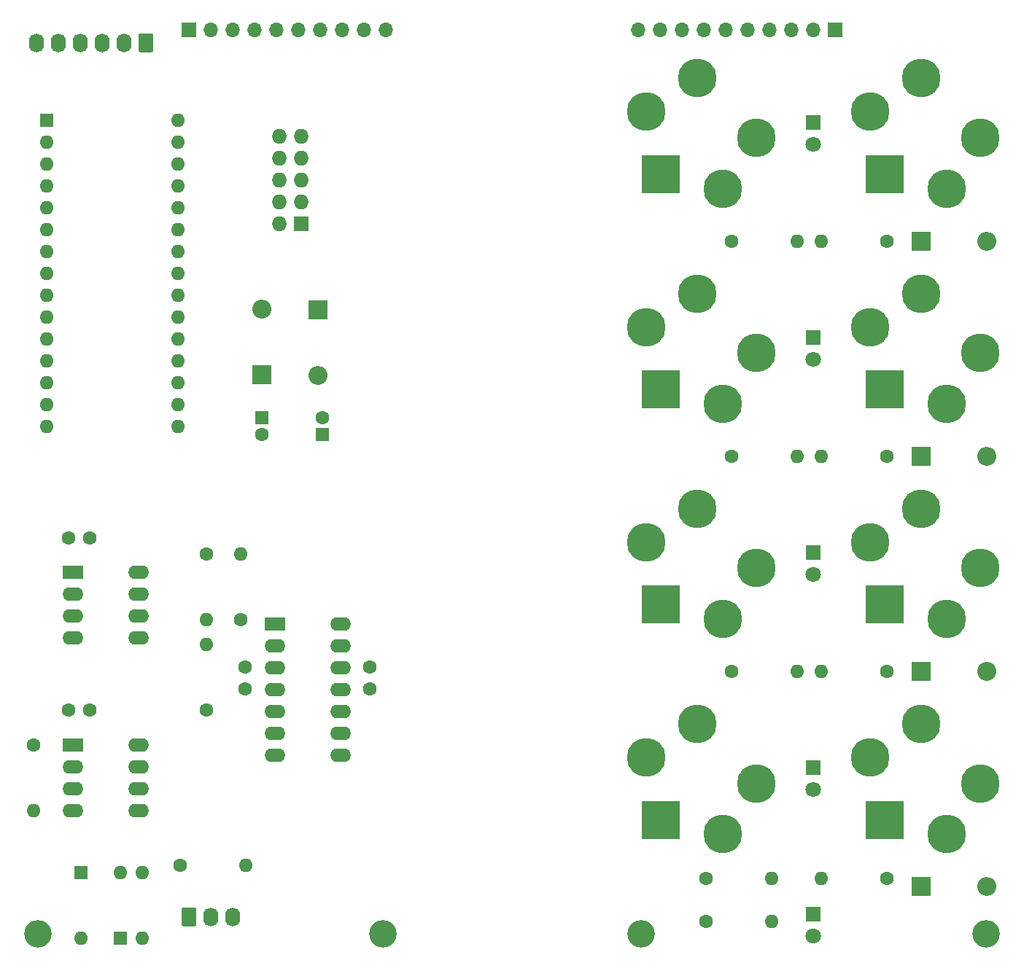
<source format=gbr>
%TF.GenerationSoftware,KiCad,Pcbnew,5.1.6-c6e7f7d~87~ubuntu20.04.1*%
%TF.CreationDate,2020-10-30T18:00:46-04:00*%
%TF.ProjectId,midi2cv_ao,6d696469-3263-4765-9f61-6f2e6b696361,rev?*%
%TF.SameCoordinates,Original*%
%TF.FileFunction,Soldermask,Top*%
%TF.FilePolarity,Negative*%
%FSLAX46Y46*%
G04 Gerber Fmt 4.6, Leading zero omitted, Abs format (unit mm)*
G04 Created by KiCad (PCBNEW 5.1.6-c6e7f7d~87~ubuntu20.04.1) date 2020-10-30 18:00:46*
%MOMM*%
%LPD*%
G01*
G04 APERTURE LIST*
%ADD10R,2.400000X1.600000*%
%ADD11O,2.400000X1.600000*%
%ADD12O,1.740000X2.190000*%
%ADD13R,1.600000X1.600000*%
%ADD14O,1.600000X1.600000*%
%ADD15C,1.600000*%
%ADD16C,3.200000*%
%ADD17R,1.700000X1.700000*%
%ADD18O,1.700000X1.700000*%
%ADD19C,4.500000*%
%ADD20R,4.500001X4.500001*%
%ADD21C,4.500001*%
%ADD22R,1.727200X1.727200*%
%ADD23O,1.727200X1.727200*%
%ADD24O,2.200000X2.200000*%
%ADD25R,2.200000X2.200000*%
%ADD26C,1.800000*%
%ADD27R,1.800000X1.800000*%
G04 APERTURE END LIST*
D10*
%TO.C,IC1*%
X70500000Y-136500000D03*
D11*
X78120000Y-151740000D03*
X70500000Y-139040000D03*
X78120000Y-149200000D03*
X70500000Y-141580000D03*
X78120000Y-146660000D03*
X70500000Y-144120000D03*
X78120000Y-144120000D03*
X70500000Y-146660000D03*
X78120000Y-141580000D03*
X70500000Y-149200000D03*
X78120000Y-139040000D03*
X70500000Y-151740000D03*
X78120000Y-136500000D03*
%TD*%
D12*
%TO.C,J3*%
X42800000Y-69000000D03*
X45340000Y-69000000D03*
X47880000Y-69000000D03*
X50420000Y-69000000D03*
X52960000Y-69000000D03*
G36*
G01*
X56370000Y-68154999D02*
X56370000Y-69845001D01*
G75*
G02*
X56120001Y-70095000I-249999J0D01*
G01*
X54879999Y-70095000D01*
G75*
G02*
X54630000Y-69845001I0J249999D01*
G01*
X54630000Y-68154999D01*
G75*
G02*
X54879999Y-67905000I249999J0D01*
G01*
X56120001Y-67905000D01*
G75*
G02*
X56370000Y-68154999I0J-249999D01*
G01*
G37*
%TD*%
D13*
%TO.C,A1*%
X44000000Y-78000000D03*
D14*
X59240000Y-111020000D03*
X44000000Y-80540000D03*
X59240000Y-108480000D03*
X44000000Y-83080000D03*
X59240000Y-105940000D03*
X44000000Y-85620000D03*
X59240000Y-103400000D03*
X44000000Y-88160000D03*
X59240000Y-100860000D03*
X44000000Y-90700000D03*
X59240000Y-98320000D03*
X44000000Y-93240000D03*
X59240000Y-95780000D03*
X44000000Y-95780000D03*
X59240000Y-93240000D03*
X44000000Y-98320000D03*
X59240000Y-90700000D03*
X44000000Y-100860000D03*
X59240000Y-88160000D03*
X44000000Y-103400000D03*
X59240000Y-85620000D03*
X44000000Y-105940000D03*
X59240000Y-83080000D03*
X44000000Y-108480000D03*
X59240000Y-80540000D03*
X44000000Y-111020000D03*
X59240000Y-78000000D03*
X44000000Y-113560000D03*
X59240000Y-113560000D03*
%TD*%
D15*
%TO.C,R5*%
X66500000Y-136000000D03*
D14*
X66500000Y-128380000D03*
%TD*%
D15*
%TO.C,R4*%
X62500000Y-128380000D03*
D14*
X62500000Y-136000000D03*
%TD*%
D15*
%TO.C,R3*%
X62500000Y-146500000D03*
D14*
X62500000Y-138880000D03*
%TD*%
D16*
%TO.C,H4*%
X153000000Y-172500000D03*
%TD*%
%TO.C,H3*%
X113000000Y-172500000D03*
%TD*%
%TO.C,H2*%
X83000000Y-172500000D03*
%TD*%
%TO.C,H1*%
X43000000Y-172500000D03*
%TD*%
D17*
%TO.C,J8*%
X135500000Y-67500000D03*
D18*
X132960000Y-67500000D03*
X130420000Y-67500000D03*
X127880000Y-67500000D03*
X125340000Y-67500000D03*
X122800000Y-67500000D03*
X120260000Y-67500000D03*
X117720000Y-67500000D03*
X115180000Y-67500000D03*
X112640000Y-67500000D03*
%TD*%
D17*
%TO.C,J4*%
X60500000Y-67500000D03*
D18*
X63040000Y-67500000D03*
X65580000Y-67500000D03*
X68120000Y-67500000D03*
X70660000Y-67500000D03*
X73200000Y-67500000D03*
X75740000Y-67500000D03*
X78280000Y-67500000D03*
X80820000Y-67500000D03*
X83360000Y-67500000D03*
%TD*%
D12*
%TO.C,J1*%
X65580000Y-170500000D03*
X63040000Y-170500000D03*
G36*
G01*
X59630000Y-171345001D02*
X59630000Y-169654999D01*
G75*
G02*
X59879999Y-169405000I249999J0D01*
G01*
X61120001Y-169405000D01*
G75*
G02*
X61370000Y-169654999I0J-249999D01*
G01*
X61370000Y-171345001D01*
G75*
G02*
X61120001Y-171595000I-249999J0D01*
G01*
X59879999Y-171595000D01*
G75*
G02*
X59630000Y-171345001I0J249999D01*
G01*
G37*
%TD*%
D15*
%TO.C,R6*%
X120500000Y-171000000D03*
D14*
X128120000Y-171000000D03*
%TD*%
D15*
%TO.C,R14*%
X123500000Y-92000000D03*
D14*
X131120000Y-92000000D03*
%TD*%
D15*
%TO.C,R12*%
X123500000Y-117000000D03*
D14*
X131120000Y-117000000D03*
%TD*%
D15*
%TO.C,R8*%
X120500000Y-166000000D03*
D14*
X128120000Y-166000000D03*
%TD*%
D19*
%TO.C,J12*%
X119500000Y-98100000D03*
D20*
X115260000Y-109240000D03*
D21*
X126400000Y-105000000D03*
D19*
X113600000Y-102000000D03*
D21*
X122500000Y-110900000D03*
%TD*%
D19*
%TO.C,J9*%
X119500000Y-73100000D03*
D20*
X115260000Y-84240000D03*
D21*
X126400000Y-80000000D03*
D19*
X113600000Y-77000000D03*
D21*
X122500000Y-85900000D03*
%TD*%
D19*
%TO.C,J10*%
X119500000Y-148100000D03*
D20*
X115260000Y-159240000D03*
D21*
X126400000Y-155000000D03*
D19*
X113600000Y-152000000D03*
D21*
X122500000Y-160900000D03*
%TD*%
D19*
%TO.C,J11*%
X119500000Y-123100000D03*
D20*
X115260000Y-134240000D03*
D21*
X126400000Y-130000000D03*
D19*
X113600000Y-127000000D03*
D21*
X122500000Y-135900000D03*
%TD*%
D15*
%TO.C,R13*%
X141500000Y-92000000D03*
D14*
X133880000Y-92000000D03*
%TD*%
D15*
%TO.C,R11*%
X141500000Y-117000000D03*
D14*
X133880000Y-117000000D03*
%TD*%
D15*
%TO.C,R7*%
X141500000Y-166000000D03*
D14*
X133880000Y-166000000D03*
%TD*%
D15*
%TO.C,R10*%
X123500000Y-142000000D03*
D14*
X131120000Y-142000000D03*
%TD*%
D15*
%TO.C,R9*%
X141500000Y-142000000D03*
D14*
X133880000Y-142000000D03*
%TD*%
%TO.C,R1*%
X67120000Y-164500000D03*
D15*
X59500000Y-164500000D03*
%TD*%
D14*
%TO.C,R2*%
X42500000Y-158120000D03*
D15*
X42500000Y-150500000D03*
%TD*%
D14*
%TO.C,OK1*%
X52500000Y-165380000D03*
X55040000Y-173000000D03*
X55040000Y-165380000D03*
D13*
X52500000Y-173000000D03*
%TD*%
D19*
%TO.C,J16*%
X145500000Y-73100000D03*
D20*
X141260000Y-84240000D03*
D21*
X152400000Y-80000000D03*
D19*
X139600000Y-77000000D03*
D21*
X148500000Y-85900000D03*
%TD*%
D19*
%TO.C,J15*%
X145500000Y-98100000D03*
D20*
X141260000Y-109240000D03*
D21*
X152400000Y-105000000D03*
D19*
X139600000Y-102000000D03*
D21*
X148500000Y-110900000D03*
%TD*%
D19*
%TO.C,J13*%
X145500000Y-148100000D03*
D20*
X141260000Y-159240000D03*
D21*
X152400000Y-155000000D03*
D19*
X139600000Y-152000000D03*
D21*
X148500000Y-160900000D03*
%TD*%
D19*
%TO.C,J14*%
X145500000Y-123100000D03*
D20*
X141260000Y-134240000D03*
D21*
X152400000Y-130000000D03*
D19*
X139600000Y-127000000D03*
D21*
X148500000Y-135900000D03*
%TD*%
D22*
%TO.C,J2*%
X73500000Y-90000000D03*
D23*
X70960000Y-90000000D03*
X73500000Y-87460000D03*
X70960000Y-87460000D03*
X73500000Y-84920000D03*
X70960000Y-84920000D03*
X73500000Y-82380000D03*
X70960000Y-82380000D03*
X73500000Y-79840000D03*
X70960000Y-79840000D03*
%TD*%
D11*
%TO.C,DAC1*%
X54620000Y-150500000D03*
X47000000Y-158120000D03*
X54620000Y-153040000D03*
X47000000Y-155580000D03*
X54620000Y-155580000D03*
X47000000Y-153040000D03*
X54620000Y-158120000D03*
D10*
X47000000Y-150500000D03*
%TD*%
D11*
%TO.C,DAC2*%
X54620000Y-130500000D03*
X47000000Y-138120000D03*
X54620000Y-133040000D03*
X47000000Y-135580000D03*
X54620000Y-135580000D03*
X47000000Y-133040000D03*
X54620000Y-138120000D03*
D10*
X47000000Y-130500000D03*
%TD*%
D24*
%TO.C,D13*%
X153120000Y-92000000D03*
D25*
X145500000Y-92000000D03*
%TD*%
D24*
%TO.C,D12*%
X153120000Y-117000000D03*
D25*
X145500000Y-117000000D03*
%TD*%
D24*
%TO.C,D10*%
X153120000Y-167000000D03*
D25*
X145500000Y-167000000D03*
%TD*%
D24*
%TO.C,D11*%
X153120000Y-142000000D03*
D25*
X145500000Y-142000000D03*
%TD*%
D26*
%TO.C,D5*%
X133000000Y-172740000D03*
D27*
X133000000Y-170200000D03*
%TD*%
D26*
%TO.C,D9*%
X133000000Y-80740000D03*
D27*
X133000000Y-78200000D03*
%TD*%
D26*
%TO.C,D8*%
X133000000Y-105740000D03*
D27*
X133000000Y-103200000D03*
%TD*%
D26*
%TO.C,D6*%
X133000000Y-155740000D03*
D27*
X133000000Y-153200000D03*
%TD*%
D26*
%TO.C,D7*%
X133000000Y-130740000D03*
D27*
X133000000Y-128200000D03*
%TD*%
D25*
%TO.C,D2*%
X75500000Y-100000000D03*
D24*
X75500000Y-107620000D03*
%TD*%
D25*
%TO.C,D1*%
X69000000Y-107500000D03*
D24*
X69000000Y-99880000D03*
%TD*%
D13*
%TO.C,D3*%
X48000000Y-165380000D03*
D14*
X48000000Y-173000000D03*
%TD*%
D15*
%TO.C,C4*%
X81500000Y-144000000D03*
X81500000Y-141500000D03*
%TD*%
D13*
%TO.C,C2*%
X76000000Y-114500000D03*
D15*
X76000000Y-112500000D03*
%TD*%
D13*
%TO.C,C1*%
X69000000Y-112500000D03*
D15*
X69000000Y-114500000D03*
%TD*%
%TO.C,C5*%
X49000000Y-146500000D03*
X46500000Y-146500000D03*
%TD*%
%TO.C,C6*%
X49000000Y-126500000D03*
X46500000Y-126500000D03*
%TD*%
%TO.C,C3*%
X67000000Y-141500000D03*
X67000000Y-144000000D03*
%TD*%
M02*

</source>
